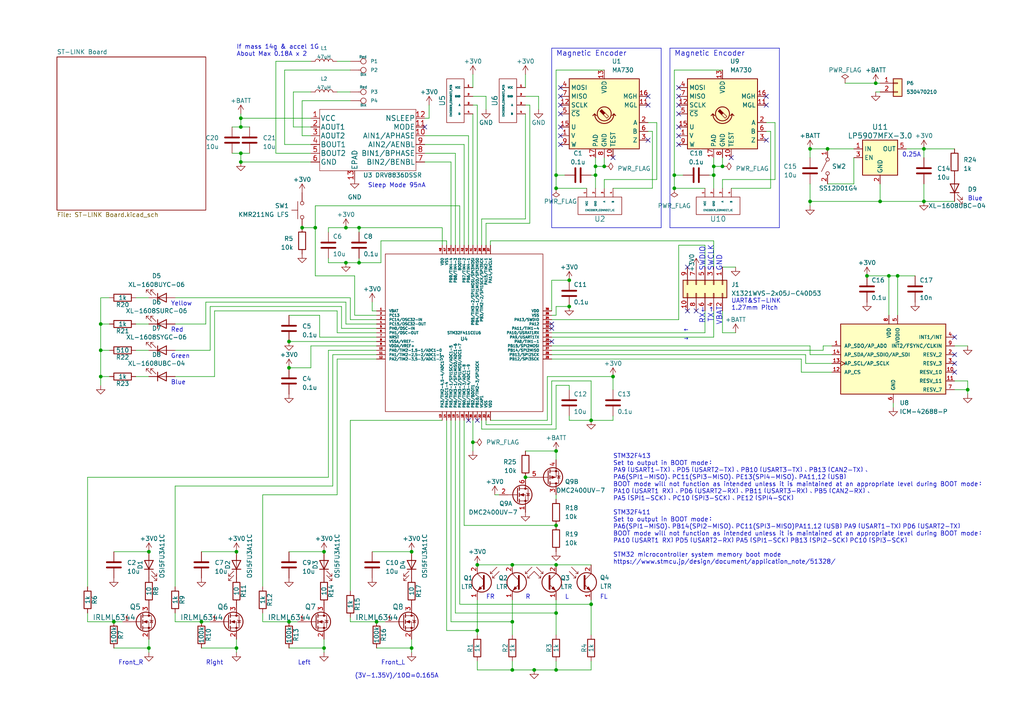
<source format=kicad_sch>
(kicad_sch (version 20231120) (generator "eeschema") (generator_version "8.0")
  (paper "A4")
  (title_block (title "Zirconia v2"))
  (junction (at 69.85 34.29))
  (junction (at 172.72 48.26))
  (junction (at 69.85 44.45))
  (junction (at 69.85 46.99))
  (junction (at 43.18 160.02))
  (junction (at 137.16 128.27))
  (junction (at 161.29 50.8))
  (junction (at 154.94 194.31))
  (junction (at 207.01 50.8))
  (junction (at 83.82 99.06))
  (junction (at 177.8 109.22))
  (junction (at 172.72 50.8))
  (junction (at 119.38 160.02))
  (junction (at 234.95 58.42))
  (junction (at 175.26 48.26))
  (junction (at 93.98 187.96))
  (junction (at 240.03 43.18))
  (junction (at 161.29 54.61))
  (junction (at 251.46 80.01))
  (junction (at 100.33 66.04))
  (junction (at 260.35 80.01))
  (junction (at 165.1 88.9))
  (junction (at 29.21 101.6))
  (junction (at 29.21 93.98))
  (junction (at 148.59 194.31))
  (junction (at 109.22 180.34))
  (junction (at 148.59 180.34))
  (junction (at 280.67 113.03))
  (junction (at 104.14 66.04))
  (junction (at 267.97 43.18))
  (junction (at 138.43 163.83))
  (junction (at 209.55 48.26))
  (junction (at 100.33 76.2))
  (junction (at 68.58 187.96))
  (junction (at 195.58 54.61))
  (junction (at 257.81 80.01))
  (junction (at 234.95 43.18))
  (junction (at 161.29 163.83))
  (junction (at 138.43 182.88))
  (junction (at 93.98 160.02))
  (junction (at 165.1 81.28))
  (junction (at 161.29 152.4))
  (junction (at 152.4 138.43))
  (junction (at 91.44 66.04))
  (junction (at 171.45 121.92))
  (junction (at 83.82 106.68))
  (junction (at 161.29 130.81))
  (junction (at 171.45 175.26))
  (junction (at 119.38 187.96))
  (junction (at 195.58 50.8))
  (junction (at 68.58 160.02))
  (junction (at 267.97 58.42))
  (junction (at 104.14 76.2))
  (junction (at 83.82 180.34))
  (junction (at 254 24.13))
  (junction (at 161.29 177.8))
  (junction (at 58.42 180.34))
  (junction (at 33.02 180.34))
  (junction (at 69.85 36.83))
  (junction (at 148.59 163.83))
  (junction (at 43.18 187.96))
  (junction (at 207.01 48.26))
  (junction (at 29.21 109.22))
  (junction (at 161.29 194.31))
  (junction (at 87.63 66.04))
  (junction (at 255.27 58.42))
  (no_connect (at 276.86 102.87))
  (no_connect (at 123.19 36.83))
  (no_connect (at 187.96 40.64))
  (no_connect (at 276.86 107.95))
  (no_connect (at 199.39 77.47))
  (no_connect (at 162.56 36.83))
  (no_connect (at 187.96 30.48))
  (no_connect (at 162.56 39.37))
  (no_connect (at 162.56 27.94))
  (no_connect (at 196.85 39.37))
  (no_connect (at 201.93 90.17))
  (no_connect (at 196.85 36.83))
  (no_connect (at 196.85 41.91))
  (no_connect (at 196.85 27.94))
  (no_connect (at 199.39 90.17))
  (no_connect (at 276.86 97.79))
  (no_connect (at 160.02 93.98))
  (no_connect (at 162.56 30.48))
  (no_connect (at 162.56 33.02))
  (no_connect (at 160.02 95.25))
  (no_connect (at 196.85 33.02))
  (no_connect (at 196.85 25.4))
  (no_connect (at 135.89 121.92))
  (no_connect (at 222.25 27.94))
  (no_connect (at 160.02 99.06))
  (no_connect (at 162.56 41.91))
  (no_connect (at 222.25 40.64))
  (no_connect (at 162.56 25.4))
  (no_connect (at 177.8 45.72))
  (no_connect (at 276.86 105.41))
  (no_connect (at 187.96 27.94))
  (no_connect (at 222.25 30.48))
  (no_connect (at 138.43 121.92))
  (no_connect (at 212.09 45.72))
  (no_connect (at 196.85 30.48))
  (wire (pts (xy 95.25 74.93) (xy 95.25 76.2)))
  (wire (pts (xy 158.75 109.22) (xy 177.8 109.22)))
  (wire (pts (xy 161.29 130.81) (xy 152.4 130.81)))
  (wire (pts (xy 152.4 138.43) (xy 153.67 138.43)))
  (wire (pts (xy 234.95 102.87) (xy 234.95 100.33)))
  (wire (pts (xy 161.29 130.81) (xy 161.29 133.35)))
  (polyline (pts (xy 160.02 66.04) (xy 191.77 66.04)))
  (wire (pts (xy 43.18 109.22) (xy 39.37 109.22)))
  (wire (pts (xy 110.49 69.85) (xy 129.54 69.85)))
  (wire (pts (xy 224.79 35.56) (xy 222.25 35.56)))
  (wire (pts (xy 43.18 93.98) (xy 39.37 93.98)))
  (wire (pts (xy 232.41 104.14) (xy 160.02 104.14)))
  (wire (pts (xy 90.17 106.68) (xy 83.82 106.68)))
  (wire (pts (xy 175.26 20.32) (xy 161.29 20.32)))
  (polyline (pts (xy 160.02 13.97) (xy 160.02 66.04)))
  (wire (pts (xy 137.16 27.94) (xy 140.97 27.94)))
  (wire (pts (xy 85.09 36.83) (xy 85.09 26.67)))
  (wire (pts (xy 101.6 29.21) (xy 87.63 29.21)))
  (wire (pts (xy 31.75 93.98) (xy 29.21 93.98)))
  (wire (pts (xy 99.06 88.9) (xy 60.96 88.9)))
  (wire (pts (xy 195.58 54.61) (xy 204.47 54.61)))
  (wire (pts (xy 175.26 48.26) (xy 175.26 45.72)))
  (wire (pts (xy 76.2 180.34) (xy 83.82 180.34)))
  (wire (pts (xy 140.97 64.77) (xy 140.97 71.12)))
  (wire (pts (xy 255.27 53.34) (xy 255.27 58.42)))
  (wire (pts (xy 161.29 173.99) (xy 161.29 177.8)))
  (wire (pts (xy 160.02 96.52) (xy 204.47 96.52)))
  (wire (pts (xy 207.01 48.26) (xy 209.55 48.26)))
  (wire (pts (xy 276.86 110.49) (xy 280.67 110.49)))
  (wire (pts (xy 254 24.13) (xy 255.27 24.13)))
  (wire (pts (xy 69.85 44.45) (xy 69.85 46.99)))
  (wire (pts (xy 161.29 191.77) (xy 161.29 194.31)))
  (wire (pts (xy 129.54 182.88) (xy 129.54 121.92)))
  (wire (pts (xy 137.16 121.92) (xy 137.16 128.27)))
  (wire (pts (xy 58.42 187.96) (xy 68.58 187.96)))
  (wire (pts (xy 138.43 173.99) (xy 138.43 182.88)))
  (wire (pts (xy 129.54 182.88) (xy 138.43 182.88)))
  (wire (pts (xy 234.95 100.33) (xy 160.02 100.33)))
  (wire (pts (xy 95.25 101.6) (xy 95.25 138.43)))
  (wire (pts (xy 139.7 124.46) (xy 139.7 121.92)))
  (wire (pts (xy 223.52 38.1) (xy 222.25 38.1)))
  (wire (pts (xy 232.41 107.95) (xy 232.41 104.14)))
  (wire (pts (xy 260.35 91.44) (xy 260.35 80.01)))
  (wire (pts (xy 161.29 50.8) (xy 161.29 54.61)))
  (wire (pts (xy 109.22 96.52) (xy 97.79 96.52)))
  (wire (pts (xy 161.29 91.44) (xy 160.02 91.44)))
  (polyline (pts (xy 191.77 13.97) (xy 160.02 13.97)))
  (wire (pts (xy 142.24 69.85) (xy 207.01 69.85)))
  (wire (pts (xy 171.45 191.77) (xy 171.45 194.31)))
  (wire (pts (xy 255.27 58.42) (xy 267.97 58.42)))
  (wire (pts (xy 187.96 35.56) (xy 190.5 35.56)))
  (wire (pts (xy 234.95 43.18) (xy 234.95 45.72)))
  (wire (pts (xy 224.79 52.07) (xy 224.79 35.56)))
  (wire (pts (xy 130.81 180.34) (xy 148.59 180.34)))
  (wire (pts (xy 177.8 54.61) (xy 189.23 54.61)))
  (wire (pts (xy 247.65 45.72) (xy 247.65 53.34)))
  (wire (pts (xy 109.22 95.25) (xy 99.06 95.25)))
  (wire (pts (xy 29.21 86.36) (xy 29.21 93.98)))
  (wire (pts (xy 137.16 128.27) (xy 137.16 130.81)))
  (wire (pts (xy 190.5 52.07) (xy 175.26 52.07)))
  (wire (pts (xy 276.86 100.33) (xy 280.67 100.33)))
  (wire (pts (xy 276.86 113.03) (xy 280.67 113.03)))
  (wire (pts (xy 85.09 36.83) (xy 90.17 36.83)))
  (wire (pts (xy 97.79 104.14) (xy 97.79 143.51)))
  (wire (pts (xy 233.68 105.41) (xy 233.68 102.87)))
  (wire (pts (xy 132.08 177.8) (xy 161.29 177.8)))
  (wire (pts (xy 205.74 50.8) (xy 207.01 50.8)))
  (wire (pts (xy 102.87 91.44) (xy 102.87 80.01)))
  (wire (pts (xy 160.02 110.49) (xy 160.02 123.19)))
  (wire (pts (xy 68.58 187.96) (xy 68.58 189.23)))
  (wire (pts (xy 190.5 35.56) (xy 190.5 52.07)))
  (wire (pts (xy 31.75 86.36) (xy 29.21 86.36)))
  (wire (pts (xy 109.22 180.34) (xy 111.76 180.34)))
  (wire (pts (xy 140.97 27.94) (xy 140.97 31.75)))
  (wire (pts (xy 161.29 111.76) (xy 161.29 124.46)))
  (wire (pts (xy 100.33 76.2) (xy 104.14 76.2)))
  (wire (pts (xy 100.33 66.04) (xy 104.14 66.04)))
  (wire (pts (xy 171.45 50.8) (xy 172.72 50.8)))
  (wire (pts (xy 83.82 99.06) (xy 109.22 99.06)))
  (wire (pts (xy 90.17 100.33) (xy 90.17 106.68)))
  (wire (pts (xy 67.31 44.45) (xy 69.85 44.45)))
  (wire (pts (xy 60.96 88.9) (xy 60.96 101.6)))
  (wire (pts (xy 154.94 194.31) (xy 161.29 194.31)))
  (wire (pts (xy 25.4 180.34) (xy 33.02 180.34)))
  (wire (pts (xy 260.35 80.01) (xy 265.43 80.01)))
  (wire (pts (xy 148.59 163.83) (xy 138.43 163.83)))
  (wire (pts (xy 101.6 121.92) (xy 128.27 121.92)))
  (wire (pts (xy 72.39 36.83) (xy 69.85 36.83)))
  (wire (pts (xy 254 26.67) (xy 255.27 26.67)))
  (wire (pts (xy 257.81 80.01) (xy 260.35 80.01)))
  (wire (pts (xy 251.46 80.01) (xy 257.81 80.01)))
  (wire (pts (xy 209.55 20.32) (xy 195.58 20.32)))
  (wire (pts (xy 76.2 143.51) (xy 76.2 170.18)))
  (wire (pts (xy 160.02 81.28) (xy 165.1 81.28)))
  (wire (pts (xy 233.68 102.87) (xy 160.02 102.87)))
  (wire (pts (xy 50.8 177.8) (xy 50.8 180.34)))
  (polyline (pts (xy 194.31 66.04) (xy 194.31 13.97)))
  (wire (pts (xy 58.42 180.34) (xy 60.96 180.34)))
  (wire (pts (xy 95.25 76.2) (xy 100.33 76.2)))
  (wire (pts (xy 91.44 59.69) (xy 133.35 59.69)))
  (wire (pts (xy 99.06 95.25) (xy 99.06 88.9)))
  (wire (pts (xy 267.97 43.18) (xy 276.86 43.18)))
  (wire (pts (xy 153.67 64.77) (xy 153.67 30.48)))
  (wire (pts (xy 238.76 101.6) (xy 238.76 100.33)))
  (wire (pts (xy 161.29 20.32) (xy 161.29 50.8)))
  (wire (pts (xy 43.18 187.96) (xy 43.18 189.23)))
  (wire (pts (xy 148.59 194.31) (xy 154.94 194.31)))
  (wire (pts (xy 50.8 180.34) (xy 58.42 180.34)))
  (wire (pts (xy 50.8 140.97) (xy 50.8 170.18)))
  (wire (pts (xy 138.43 30.48) (xy 138.43 71.12)))
  (wire (pts (xy 68.58 185.42) (xy 68.58 187.96)))
  (wire (pts (xy 123.19 46.99) (xy 130.81 46.99)))
  (wire (pts (xy 161.29 88.9) (xy 161.29 91.44)))
  (wire (pts (xy 104.14 74.93) (xy 104.14 76.2)))
  (wire (pts (xy 148.59 191.77) (xy 148.59 194.31)))
  (wire (pts (xy 129.54 69.85) (xy 129.54 71.12)))
  (wire (pts (xy 267.97 53.34) (xy 267.97 58.42)))
  (wire (pts (xy 234.95 58.42) (xy 234.95 59.69)))
  (wire (pts (xy 209.55 54.61) (xy 209.55 52.07)))
  (wire (pts (xy 148.59 180.34) (xy 148.59 184.15)))
  (wire (pts (xy 101.6 121.92) (xy 101.6 171.45)))
  (wire (pts (xy 280.67 113.03) (xy 280.67 114.3)))
  (wire (pts (xy 153.67 30.48) (xy 152.4 30.48)))
  (wire (pts (xy 213.36 77.47) (xy 209.55 77.47)))
  (wire (pts (xy 142.24 121.92) (xy 158.75 121.92)))
  (wire (pts (xy 137.16 33.02) (xy 137.16 71.12)))
  (wire (pts (xy 128.27 66.04) (xy 128.27 71.12)))
  (wire (pts (xy 247.65 53.34) (xy 240.03 53.34)))
  (wire (pts (xy 130.81 46.99) (xy 130.81 71.12)))
  (wire (pts (xy 80.01 17.78) (xy 90.17 17.78)))
  (wire (pts (xy 50.8 86.36) (xy 101.6 86.36)))
  (wire (pts (xy 175.26 52.07) (xy 175.26 54.61)))
  (wire (pts (xy 172.72 45.72) (xy 172.72 48.26)))
  (wire (pts (xy 124.46 34.29) (xy 123.19 34.29)))
  (wire (pts (xy 233.68 105.41) (xy 241.3 105.41)))
  (wire (pts (xy 100.33 93.98) (xy 109.22 93.98)))
  (wire (pts (xy 152.4 63.5) (xy 152.4 33.02)))
  (wire (pts (xy 135.89 39.37) (xy 135.89 71.12)))
  (wire (pts (xy 280.67 110.49) (xy 280.67 113.03)))
  (wire (pts (xy 134.62 121.92) (xy 134.62 152.4)))
  (wire (pts (xy 29.21 109.22) (xy 29.21 111.76)))
  (wire (pts (xy 50.8 93.98) (xy 59.69 93.98)))
  (wire (pts (xy 59.69 87.63) (xy 100.33 87.63)))
  (wire (pts (xy 58.42 160.02) (xy 68.58 160.02)))
  (wire (pts (xy 207.01 48.26) (xy 207.01 50.8)))
  (wire (pts (xy 161.29 194.31) (xy 171.45 194.31)))
  (wire (pts (xy 123.19 44.45) (xy 132.08 44.45)))
  (wire (pts (xy 93.98 187.96) (xy 93.98 189.23)))
  (polyline (pts (xy 194.31 13.97) (xy 226.06 13.97)))
  (wire (pts (xy 138.43 191.77) (xy 138.43 194.31)))
  (wire (pts (xy 50.8 101.6) (xy 60.96 101.6)))
  (wire (pts (xy 161.29 177.8) (xy 161.29 184.15)))
  (wire (pts (xy 165.1 111.76) (xy 165.1 113.03)))
  (wire (pts (xy 259.08 118.11) (xy 259.08 116.84)))
  (wire (pts (xy 161.29 163.83) (xy 171.45 163.83)))
  (wire (pts (xy 212.09 54.61) (xy 223.52 54.61)))
  (wire (pts (xy 107.95 160.02) (xy 119.38 160.02)))
  (wire (pts (xy 25.4 170.18) (xy 25.4 138.43)))
  (wire (pts (xy 80.01 17.78) (xy 80.01 44.45)))
  (wire (pts (xy 189.23 54.61) (xy 189.23 38.1)))
  (wire (pts (xy 171.45 175.26) (xy 171.45 184.15)))
  (wire (pts (xy 109.22 101.6) (xy 95.25 101.6)))
  (wire (pts (xy 160.02 97.79) (xy 207.01 97.79)))
  (wire (pts (xy 33.02 180.34) (xy 35.56 180.34)))
  (wire (pts (xy 161.29 54.61) (xy 170.18 54.61)))
  (wire (pts (xy 139.7 63.5) (xy 139.7 71.12)))
  (wire (pts (xy 142.24 69.85) (xy 142.24 71.12)))
  (wire (pts (xy 91.44 66.04) (xy 91.44 80.01)))
  (wire (pts (xy 119.38 187.96) (xy 119.38 189.23)))
  (wire (pts (xy 207.01 97.79) (xy 207.01 90.17)))
  (wire (pts (xy 148.59 163.83) (xy 161.29 163.83)))
  (wire (pts (xy 107.95 90.17) (xy 107.95 87.63)))
  (wire (pts (xy 133.35 175.26) (xy 133.35 121.92)))
  (wire (pts (xy 138.43 182.88) (xy 138.43 184.15)))
  (wire (pts (xy 83.82 160.02) (xy 93.98 160.02)))
  (wire (pts (xy 43.18 101.6) (xy 39.37 101.6)))
  (wire (pts (xy 104.14 66.04) (xy 104.14 67.31)))
  (wire (pts (xy 165.1 120.65) (xy 165.1 121.92)))
  (wire (pts (xy 85.09 26.67) (xy 90.17 26.67)))
  (wire (pts (xy 223.52 54.61) (xy 223.52 38.1)))
  (wire (pts (xy 161.29 88.9) (xy 165.1 88.9)))
  (wire (pts (xy 43.18 185.42) (xy 43.18 187.96)))
  (wire (pts (xy 95.25 66.04) (xy 95.25 67.31)))
  (wire (pts (xy 92.71 91.44) (xy 92.71 97.79)))
  (wire (pts (xy 207.01 45.72) (xy 207.01 48.26)))
  (wire (pts (xy 62.23 109.22) (xy 50.8 109.22)))
  (wire (pts (xy 172.72 48.26) (xy 172.72 50.8)))
  (polyline (pts (xy 191.77 66.04) (xy 191.77 13.97)))
  (wire (pts (xy 189.23 38.1) (xy 187.96 38.1)))
  (wire (pts (xy 209.55 48.26) (xy 209.55 45.72)))
  (wire (pts (xy 267.97 58.42) (xy 276.86 58.42)))
  (wire (pts (xy 240.03 43.18) (xy 247.65 43.18)))
  (polyline (pts (xy 226.06 13.97) (xy 226.06 66.04)))
  (wire (pts (xy 165.1 121.92) (xy 171.45 121.92)))
  (wire (pts (xy 134.62 152.4) (xy 161.29 152.4)))
  (wire (pts (xy 31.75 101.6) (xy 29.21 101.6)))
  (wire (pts (xy 262.89 43.18) (xy 267.97 43.18)))
  (wire (pts (xy 133.35 59.69) (xy 133.35 71.12)))
  (wire (pts (xy 123.19 39.37) (xy 135.89 39.37)))
  (wire (pts (xy 25.4 138.43) (xy 95.25 138.43)))
  (wire (pts (xy 100.33 87.63) (xy 100.33 93.98)))
  (wire (pts (xy 177.8 109.22) (xy 177.8 113.03)))
  (wire (pts (xy 171.45 110.49) (xy 160.02 110.49)))
  (wire (pts (xy 195.58 50.8) (xy 195.58 54.61)))
  (wire (pts (xy 25.4 177.8) (xy 25.4 180.34)))
  (wire (pts (xy 87.63 66.04) (xy 91.44 66.04)))
  (wire (pts (xy 109.22 92.71) (xy 101.6 92.71)))
  (wire (pts (xy 97.79 26.67) (xy 101.6 26.67)))
  (wire (pts (xy 133.35 175.26) (xy 171.45 175.26)))
  (wire (pts (xy 209.55 96.52) (xy 213.36 96.52)))
  (wire (pts (xy 92.71 97.79) (xy 109.22 97.79)))
  (wire (pts (xy 257.81 80.01) (xy 257.81 91.44)))
  (wire (pts (xy 90.17 100.33) (xy 109.22 100.33)))
  (wire (pts (xy 148.59 173.99) (xy 148.59 180.34)))
  (wire (pts (xy 171.45 173.99) (xy 171.45 175.26)))
  (wire (pts (xy 59.69 93.98) (xy 59.69 87.63)))
  (wire (pts (xy 137.16 21.59) (xy 137.16 25.4)))
  (wire (pts (xy 69.85 33.02) (xy 69.85 34.29)))
  (wire (pts (xy 143.51 143.51) (xy 144.78 143.51)))
  (wire (pts (xy 109.22 187.96) (xy 119.38 187.96)))
  (wire (pts (xy 97.79 143.51) (xy 76.2 143.51)))
  (wire (pts (xy 97.79 104.14) (xy 109.22 104.14)))
  (wire (pts (xy 91.44 66.04) (xy 91.44 59.69)))
  (wire (pts (xy 69.85 44.45) (xy 72.39 44.45)))
  (wire (pts (xy 83.82 180.34) (xy 86.36 180.34)))
  (wire (pts (xy 31.75 109.22) (xy 29.21 109.22)))
  (wire (pts (xy 82.55 20.32) (xy 82.55 41.91)))
  (wire (pts (xy 101.6 180.34) (xy 109.22 180.34)))
  (wire (pts (xy 161.29 144.78) (xy 161.29 143.51)))
  (wire (pts (xy 267.97 43.18) (xy 267.97 45.72)))
  (wire (pts (xy 119.38 185.42) (xy 119.38 187.96)))
  (wire (pts (xy 171.45 110.49) (xy 171.45 121.92)))
  (wire (pts (xy 124.46 34.29) (xy 124.46 30.48)))
  (wire (pts (xy 104.14 66.04) (xy 128.27 66.04)))
  (wire (pts (xy 177.8 120.65) (xy 177.8 121.92)))
  (wire (pts (xy 160.02 90.17) (xy 160.02 81.28)))
  (wire (pts (xy 83.82 91.44) (xy 92.71 91.44)))
  (wire (pts (xy 69.85 34.29) (xy 90.17 34.29)))
  (wire (pts (xy 134.62 41.91) (xy 134.62 71.12)))
  (wire (pts (xy 234.95 58.42) (xy 255.27 58.42)))
  (wire (pts (xy 160.02 123.19) (xy 140.97 123.19)))
  (wire (pts (xy 234.95 43.18) (xy 240.03 43.18)))
  (wire (pts (xy 196.85 71.12) (xy 204.47 71.12)))
  (wire (pts (xy 82.55 20.32) (xy 101.6 20.32)))
  (polyline (pts (xy 226.06 66.04) (xy 194.31 66.04)))
  (wire (pts (xy 69.85 46.99) (xy 90.17 46.99)))
  (wire (pts (xy 172.72 50.8) (xy 172.72 54.61)))
  (wire (pts (xy 109.22 90.17) (xy 107.95 90.17)))
  (wire (pts (xy 152.4 27.94) (xy 156.21 27.94)))
  (wire (pts (xy 83.82 187.96) (xy 93.98 187.96)))
  (wire (pts (xy 138.43 194.31) (xy 148.59 194.31)))
  (wire (pts (xy 33.02 160.02) (xy 43.18 160.02)))
  (wire (pts (xy 80.01 44.45) (xy 90.17 44.45)))
  (wire (pts (xy 137.16 30.48) (xy 138.43 30.48)))
  (wire (pts (xy 82.55 41.91) (xy 90.17 41.91)))
  (wire (pts (xy 96.52 102.87) (xy 96.52 140.97)))
  (wire (pts (xy 161.29 124.46) (xy 139.7 124.46)))
  (wire (pts (xy 50.8 140.97) (xy 96.52 140.97)))
  (wire (pts (xy 160.02 101.6) (xy 238.76 101.6)))
  (wire (pts (xy 204.47 71.12) (xy 204.47 77.47)))
  (wire (pts (xy 110.49 76.2) (xy 110.49 69.85)))
  (wire (pts (xy 140.97 64.77) (xy 153.67 64.77)))
  (wire (pts (xy 195.58 50.8) (xy 198.12 50.8)))
  (wire (pts (xy 130.81 121.92) (xy 130.81 180.34)))
  (wire (pts (xy 29.21 93.98) (xy 29.21 101.6)))
  (wire (pts (xy 171.45 121.92) (xy 177.8 121.92)))
  (wire (pts (xy 238.76 100.33) (xy 241.3 100.33)))
  (wire (pts (xy 95.25 66.04) (xy 100.33 66.04)))
  (wire (pts (xy 172.72 48.26) (xy 175.26 48.26)))
  (wire (pts (xy 204.47 90.17) (xy 204.47 96.52)))
  (wire (pts (xy 101.6 180.34) (xy 101.6 179.07)))
  (wire (pts (xy 97.79 90.17) (xy 62.23 90.17)))
  (wire (pts (xy 109.22 102.87) (xy 96.52 102.87)))
  (wire (pts (xy 245.11 24.13) (xy 254 24.13)))
  (wire (pts (xy 87.63 29.21) (xy 87.63 39.37)))
  (wire (pts (xy 93.98 185.42) (xy 93.98 187.96)))
  (wire (pts (xy 43.18 86.36) (xy 39.37 86.36)))
  (wire (pts (xy 207.01 69.85) (xy 207.01 77.47)))
  (wire (pts (xy 97.79 17.78) (xy 101.6 17.78)))
  (wire (pts (xy 156.21 27.94) (xy 156.21 31.75)))
  (wire (pts (xy 132.08 177.8) (xy 132.08 121.92)))
  (wire (pts (xy 158.75 121.92) (xy 158.75 109.22)))
  (wire (pts (xy 195.58 20.32) (xy 195.58 50.8)))
  (wire (pts (xy 234.95 102.87) (xy 241.3 102.87)))
  (wire (pts (xy 161.29 50.8) (xy 163.83 50.8)))
  (wire (pts (xy 67.31 36.83) (xy 69.85 36.83)))
  (wire (pts (xy 102.87 80.01) (xy 91.44 80.01)))
  (wire (pts (xy 33.02 187.96) (xy 43.18 187.96)))
  (wire (pts (xy 134.62 41.91) (xy 123.19 41.91)))
  (wire (pts (xy 76.2 177.8) (xy 76.2 180.34)))
  (wire (pts (xy 101.6 92.71) (xy 101.6 86.36)))
  (wire (pts (xy 62.23 90.17) (xy 62.23 109.22)))
  (wire (pts (xy 97.79 96.52) (xy 97.79 90.17)))
  (wire (pts (xy 209.55 90.17) (xy 209.55 96.52)))
  (wire (pts (xy 209.55 52.07) (xy 224.79 52.07)))
  (wire (pts (xy 139.7 63.5) (xy 152.4 63.5)))
  (wire (pts (xy 90.17 39.37) (xy 87.63 39.37)))
  (wire (pts (xy 109.22 91.44) (xy 102.87 91.44)))
  (wire (pts (xy 232.41 107.95) (xy 241.3 107.95)))
  (wire (pts (xy 152.4 21.59) (xy 152.4 25.4)))
  (wire (pts (xy 140.97 123.19) (xy 140.97 121.92)))
  (wire (pts (xy 165.1 111.76) (xy 161.29 111.76)))
  (wire (pts (xy 196.85 92.71) (xy 196.85 71.12)))
  (wire (pts (xy 160.02 92.71) (xy 196.85 92.71)))
  (wire (pts (xy 234.95 53.34) (xy 234.95 58.42)))
  (wire (pts (xy 69.85 34.29) (xy 69.85 36.83)))
  (wire (pts (xy 29.21 101.6) (xy 29.21 109.22)))
  (wire (pts (xy 104.14 76.2) (xy 110.49 76.2)))
  (wire (pts (xy 132.08 44.45) (xy 132.08 71.12)))
  (wire (pts (xy 207.01 50.8) (xy 207.01 54.61)))
  (text "Green" (at 49.53 104.14 0) (effects (font (size 1.27 1.27)) (justify left bottom)))
  (text "Magnetic Encoder" (at 195.58 16.51 0) (effects (font (size 1.524 1.524)) (justify left bottom)))
  (text "→" (at 198.12 99.06 0) (effects (font (size 1.27 1.27)) (justify left bottom)))
  (text "Front_L" (at 110.49 193.04 0) (effects (font (size 1.27 1.27)) (justify left bottom)))
  (text "FL" (at 173.99 173.99 0) (effects (font (size 1.27 1.27)) (justify left bottom)))
  (text "Magnetic Encoder" (at 161.29 16.51 0) (effects (font (size 1.524 1.524)) (justify left bottom)))
  (text "If mass 14g & accel 1G\nAbout Max 0.18A x 2" (at 68.58 16.51 0) (effects (font (size 1.27 1.27)) (justify left bottom)))
  (text "←" (at 198.12 96.52 0) (effects (font (size 1.27 1.27)) (justify left bottom)))
  (text "L" (at 163.83 173.99 0) (effects (font (size 1.27 1.27)) (justify left bottom)))
  (text "Red" (at 49.53 96.52 0) (effects (font (size 1.27 1.27)) (justify left bottom)))
  (text "Front_R" (at 34.29 193.04 0) (effects (font (size 1.27 1.27)) (justify left bottom)))
  (text "(3V-1.35V)/10Ω=0.165A" (at 102.87 196.85 0) (effects (font (size 1.27 1.27)) (justify left bottom)))
  (text "R" (at 152.4 173.99 0) (effects (font (size 1.27 1.27)) (justify left bottom)))
  (text "FR" (at 140.97 173.99 0) (effects (font (size 1.27 1.27)) (justify left bottom)))
  (text "STM32F413\nSet to output in BOOT mode：\nPA9（USART1-TX）、PD5（USART2-TX）、PB10（USART3-TX）、PB13（CAN2-TX）、\nPA6(SPI1-MISO)、PC11(SPI3-MISO)、PE13(SPI4-MISO)、PA11,12（USB）\nBOOT mode will not function as intended unless it is maintained at an appropriate level during BOOT mode：\nPA10（USART1 RX）、PD6（USART2-RX）、PB11（USART3-RX）、PB5（CAN2-RX）、\nPA5（SPI1-SCK）、PC10（SPI3-SCK）、PE12（SPI4-SCK）\n\nSTM32F411\nSet to output in BOOT mode：\nPA6(SPI1-MISO)、PB14(SPI2-MISO)、PC11(SPI3-MISO)PA11,12（USB）PA9（USART1-TX）PD6（USART2-TX）\nBOOT mode will not function as intended unless it is maintained at an appropriate level during BOOT mode：\nPA10（USART1 RX）PD5（USART2-RX）PA5（SPI1-SCK）PB13（SPI2-SCK）PC10（SPI3-SCK）\n\nSTM32 microcontroller system memory boot mode\nhttps://www.stmcu.jp/design/document/application_note/51328/" (at 177.8 163.83 0) (effects (font (size 1.27 1.27)) (justify left bottom)))
  (text "UART&ST-LINK\n1.27mm Pitch" (at 212.09 90.17 0) (effects (font (size 1.27 1.27)) (justify left bottom)))
  (text "Blue" (at 49.53 111.76 0) (effects (font (size 1.27 1.27)) (justify left bottom)))
  (text "SWDIO\nSWCLK\nGND" (at 209.55 78.74 90) (effects (font (size 1.524 1.524)) (justify left bottom)))
  (text "Yellow" (at 49.53 88.9 0) (effects (font (size 1.27 1.27)) (justify left bottom)))
  (text "Sleep Mode 95nA" (at 106.68 54.61 0) (effects (font (size 1.27 1.27)) (justify left bottom)))
  (text "Left" (at 86.36 193.04 0) (effects (font (size 1.27 1.27)) (justify left bottom)))
  (text "RX←\nTX→\nVBAT\n" (at 209.55 88.9 90) (effects (font (size 1.524 1.524)) (justify right bottom)))
  (text "0.25A" (at 261.62 45.72 0) (effects (font (size 1.27 1.27)) (justify left bottom)))
  (text "Right" (at 59.69 193.04 0) (effects (font (size 1.27 1.27)) (justify left bottom)))
  (text "Blue" (at 280.67 58.42 0) (effects (font (size 1.27 1.27)) (justify left bottom)))
  (symbol (lib_id "Device:C") (at 265.43 83.82 0) (unit 1)
    (property "Reference" "C17" (at 266.7 81.28 0) (effects (justify left)))
    (property "Value" "10n" (at 266.7 86.36 0) (effects (justify left)))
    (property "Footprint" "Capacitor_SMD:C_0402_1005Metric" (effects (hide yes)))
    (property "PartNumber" "GCM155R71H103KA55D" (effects (hide yes)))
    (property "Link" "https://www.digikey.jp/short/4n2p0070" (effects (hide yes)))
  )
  (symbol (lib_id "Device:R") (at 276.86 46.99 0) (mirror x) (unit 1)
    (property "Reference" "R24" (at 279.4 46.355 0) (effects (justify left)))
    (property "Value" "1k" (at 279.4 48.895 0) (effects (justify left)))
    (property "Footprint" "Resistor_SMD:R_0402_1005Metric" (effects (hide yes)))
    (property "PartNumber" "RC0402FR-071KL" (effects (hide yes)))
    (property "Link" "https://www.digikey.jp/short/82nrqjd4" (effects (hide yes)))
  )
  (symbol (lib_id "power:GND") (at 68.58 189.23 0) (unit 1)
    (property "Reference" "#PWR019" (effects (hide yes)))
    (property "Value" "GND" (effects (hide yes)))
  )
  (symbol (lib_id "power:+3V0") (at 107.95 87.63 0) (unit 1)
    (property "Reference" "#PWR017" (effects (hide yes)))
    (property "Value" "+3V0" (at 107.95 83.82 0))
  )
  (symbol (lib_id "ICM-42688-P:ICM-42688-P") (at 259.08 104.14 0) (unit 1) (exclude_from_sim yes)
    (property "Reference" "U8" (at 260.9089 116.84 0) (effects (justify left)))
    (property "Value" "ICM-42688-P" (at 260.9089 119.38 0) (effects (justify left)))
    (property "Footprint" "ICM-42688-P:ICM-42688-P_handsoldering" (effects (hide yes)))
    (property "Datasheet" "https://invensense.tdk.com/wp-content/uploads/2022/12/DS-000347-ICM-42688-P-v1.7.pdf" (effects (hide yes)))
    (property "PartNumber" "ICM-42688-P" (effects (hide yes)))
    (property "Link" "https://www.digikey.jp/short/dczjj7mt" (effects (hide yes)))
  )
  (symbol (lib_id "power:GND") (at 83.82 99.06 0) (unit 1)
    (property "Reference" "#PWR012" (effects (hide yes)))
    (property "Value" "GND" (effects (hide yes)))
  )
  (symbol (lib_name "DMC2053UVT_1") (lib_id "Transistor_FET:DMC2053UVT") (at 152.4 143.51 0) (unit 1) (exclude_from_sim yes)
    (property "Reference" "Q9" (at 144.78 146.05 0) (effects (justify left)))
    (property "Value" "DMC2400UV-7" (at 135.89 148.59 0) (effects (justify left)))
    (property "Footprint" "Package_TO_SOT_SMD:SOT-563" (effects (hide yes)))
    (property "Datasheet" "https://www.diodes.com/assets/Datasheets/DMC2400UV.pdf" (effects (hide yes)))
    (property "PartNumber" "DMC2400UV-7" (effects (hide yes)))
    (property "Link" "https://www.digikey.jp/short/zv45w9vz" (effects (hide yes)))
  )
  (symbol (lib_id "power:+BATT") (at 234.95 43.18 0) (unit 1)
    (property "Reference" "#PWR038" (effects (hide yes)))
    (property "Value" "+BATT" (at 234.95 39.37 0))
  )
  (symbol (lib_id "Device:R") (at 161.29 156.21 0) (unit 1)
    (property "Reference" "R19" (at 163.83 154.94 0) (effects (justify left)))
    (property "Value" "10k" (at 163.83 157.48 0) (effects (justify left)))
    (property "Footprint" "Resistor_SMD:R_0402_1005Metric" (effects (hide yes)))
    (property "PartNumber" "RC1005F103CS" (effects (hide yes)))
    (property "Link" "https://www.digikey.jp/short/rj3rq8wd" (effects (hide yes)))
  )
  (symbol (lib_id "power:+3V0") (at 119.38 160.02 0) (unit 1)
    (property "Reference" "#PWR030" (effects (hide yes)))
    (property "Value" "+3V0" (at 119.38 156.21 0))
  )
  (symbol (lib_id "power:+3V0") (at 68.58 160.02 0) (unit 1)
    (property "Reference" "#PWR018" (effects (hide yes)))
    (property "Value" "+3V0" (at 68.58 156.21 0))
  )
  (symbol (lib_id "power:GND") (at 234.95 59.69 0) (mirror y) (unit 1)
    (property "Reference" "#PWR039" (effects (hide yes)))
    (property "Value" "GND" (effects (hide yes)))
  )
  (symbol (lib_id "Device:R") (at 68.58 171.45 0) (unit 1)
    (property "Reference" "R11" (at 70.612 171.45 90))
    (property "Value" "10" (at 68.58 171.45 90))
    (property "Footprint" "Resistor_SMD:R_0603_1608Metric" (effects (hide yes)))
    (property "PartNumber" "ESR03EZPF10R0" (effects (hide yes)))
    (property "Link" "https://www.digikey.jp/short/9bdf1988" (effects (hide yes)))
  )
  (symbol (lib_id "power:GND") (at 29.21 111.76 0) (mirror y) (unit 1)
    (property "Reference" "#PWR040" (effects (hide yes)))
    (property "Value" "GND" (effects (hide yes)))
  )
  (symbol (lib_id "Device:Q_NMOS_GSD") (at 40.64 180.34 0) (unit 1) (exclude_from_sim yes)
    (property "Reference" "Q5" (at 40.894 176.022 0) (effects (font (size 1.524 1.524)) (justify right)))
    (property "Value" "IRLML6344" (at 39.37 179.07 0) (effects (font (size 1.524 1.524)) (justify right)))
    (property "Footprint" "Package_TO_SOT_SMD:SOT-23" (effects (hide yes)))
    (property "Datasheet" "https://akizukidenshi.com/download/ds/ir/irlml6344pbf.pdf" (effects (hide yes)))
    (property "PartNumber" "IRLML6344TRPBF" (effects (hide yes)))
    (property "Link" "https://www.digikey.jp/short/2wcnthqm" (effects (hide yes)))
  )
  (symbol (lib_id "power:GND") (at 213.36 77.47 0) (unit 1)
    (property "Reference" "#PWR051" (effects (hide yes)))
    (property "Value" "GND" (effects (hide yes)))
  )
  (symbol (lib_id "Device:C") (at 234.95 49.53 0) (mirror y) (unit 1)
    (property "Reference" "C15" (at 231.14 48.26 0) (effects (justify left)))
    (property "Value" "10u" (at 231.14 50.8 0) (effects (justify left)))
    (property "Footprint" "Capacitor_SMD:C_0603_1608Metric" (effects (hide yes)))
    (property "PartNumber" "CL10A106MA8NRNC" (effects (hide yes)))
    (property "Link" "https://www.digikey.jp/short/77w877jb" (effects (hide yes)))
  )
  (symbol (lib_id "power:+3V0") (at 143.51 143.51 0) (unit 1)
    (property "Reference" "#PWR056" (effects (hide yes)))
    (property "Value" "+3V0" (at 143.51 139.7 0))
  )
  (symbol (lib_id "power:+3V0") (at 251.46 80.01 0) (unit 1)
    (property "Reference" "#PWR046" (effects (hide yes)))
    (property "Value" "+3V0" (at 251.46 76.2 0))
  )
  (symbol (lib_id "Device:R") (at 25.4 173.99 0) (unit 1)
    (property "Reference" "R6" (at 27.432 173.99 90))
    (property "Value" "1k" (at 25.4 173.99 90))
    (property "Footprint" "Resistor_SMD:R_0402_1005Metric" (effects (hide yes)))
    (property "PartNumber" "RC0402FR-071KL" (effects (hide yes)))
    (property "Link" "https://www.digikey.jp/short/82nrqjd4" (effects (hide yes)))
  )
  (symbol (lib_id "Switch:SW_Push") (at 87.63 60.96 90) (unit 1) (exclude_from_sim yes)
    (property "Reference" "SW1" (at 83.82 59.6899 90) (effects (justify left)))
    (property "Value" "KMR211NG LFS" (at 83.82 62.2299 90) (effects (justify left)))
    (property "Footprint" "KMR211GLFS:KMR2xxNG_LFS" (effects (hide yes)))
    (property "Datasheet" "https://www.ckswitches.com/media/1479/kmr2.pdf" (effects (hide yes)))
    (property "PartNumber" "KMR211NG LFS" (effects (hide yes)))
    (property "Link" "https://www.digikey.jp/short/9597hnwp" (effects (hide yes)))
  )
  (symbol (lib_id "power:GND") (at 171.45 121.92 0) (unit 1)
    (property "Reference" "#PWR036" (effects (hide yes)))
    (property "Value" "GND" (effects (hide yes)))
  )
  (symbol (lib_id "Device:C") (at 165.1 85.09 0) (unit 1)
    (property "Reference" "C11" (at 166.37 82.55 0) (effects (justify left)))
    (property "Value" "0.1u" (at 166.37 87.63 0) (effects (justify left)))
    (property "Footprint" "Capacitor_SMD:C_0402_1005Metric" (effects (hide yes)))
    (property "PartNumber" "CL05B104KP5NNNC" (effects (hide yes)))
    (property "Link" "https://www.digikey.jp/short/mcf590zw" (effects (hide yes)))
  )
  (symbol (lib_id "power:GND") (at 152.4 148.59 0) (unit 1)
    (property "Reference" "#PWR028" (effects (hide yes)))
    (property "Value" "GND" (effects (hide yes)))
  )
  (symbol (lib_id "Device:Q_Photo_NPN_EC") (at 151.13 168.91 0) (mirror y) (unit 1) (exclude_from_sim yes)
    (property "Reference" "Q2" (at 147.32 167.64 0) (effects (justify left)))
    (property "Value" "LTR" (at 147.32 170.18 0) (effects (justify left)))
    (property "Footprint" "LTR-4206E:Phototransistor_D3.0mm_Horizontal_O1.27mm_Z2.0mm_IRBlack" (effects (hide yes)))
    (property "Datasheet" "https://optoelectronics.liteon.com/upload/download/DS-50-92-0073/R4206E.pdf" (effects (hide yes)))
    (property "PartNumber" "LTR-4206E" (effects (hide yes)))
    (property "Link" "https://www.digikey.jp/short/5j5rwn2h" (effects (hide yes)))
  )
  (symbol (lib_id "power:GND") (at 137.16 130.81 0) (unit 1)
    (property "Reference" "#PWR024" (effects (hide yes)))
    (property "Value" "GND" (effects (hide yes)))
  )
  (symbol (lib_id "power:GND") (at 69.85 46.99 0) (unit 1)
    (property "Reference" "#PWR05" (effects (hide yes)))
    (property "Value" "GND" (effects (hide yes)))
  )
  (symbol (lib_id "power:GND") (at 100.33 76.2 0) (unit 1)
    (property "Reference" "#PWR015" (effects (hide yes)))
    (property "Value" "GND" (effects (hide yes)))
  )
  (symbol (lib_id "Device:R") (at 35.56 93.98 90) (mirror x) (unit 1)
    (property "Reference" "R21" (at 35.56 96.012 90))
    (property "Value" "1k" (at 35.56 93.98 90))
    (property "Footprint" "Resistor_SMD:R_0402_1005Metric" (effects (hide yes)))
    (property "PartNumber" "RC0402FR-071KL" (effects (hide yes)))
    (property "Link" "https://www.digikey.jp/short/82nrqjd4" (effects (hide yes)))
  )
  (symbol (lib_id "Device:LED") (at 119.38 163.83 270) (mirror x) (unit 1) (exclude_from_sim yes)
    (property "Reference" "D4" (at 116.84 163.83 0))
    (property "Value" "OSI5FU3A11C" (at 123.19 161.29 0))
    (property "Footprint" "OSI5FU3A11C:OSI5FU3A11C_Reverse" (effects (hide yes)))
    (property "Datasheet" "https://akizukidenshi.com/goodsaffix/OSI5FU3A11C.pdf" (effects (hide yes)))
    (property "PartNumber" "OSI5FU3A11C" (effects (hide yes)))
    (property "Link" "https://akizukidenshi.com/catalog/g/g104313/" (effects (hide yes)))
  )
  (symbol (lib_id "Device:R") (at 93.98 171.45 0) (unit 1)
    (property "Reference" "R14" (at 96.012 171.45 90))
    (property "Value" "10" (at 93.98 171.45 90))
    (property "Footprint" "Resistor_SMD:R_0603_1608Metric" (effects (hide yes)))
    (property "PartNumber" "ESR03EZPF10R0" (effects (hide yes)))
    (property "Link" "https://www.digikey.jp/short/9bdf1988" (effects (hide yes)))
  )
  (symbol (lib_id "power:+3V0") (at 100.33 66.04 0) (unit 1)
    (property "Reference" "#PWR014" (effects (hide yes)))
    (property "Value" "+3V0" (at 100.33 62.23 0))
  )
  (symbol (lib_id "power:PWR_FLAG") (at 209.55 48.26 270) (unit 1)
    (property "Reference" "#FLG04" (effects (hide yes)))
    (property "Value" "PWR_FLAG" (at 213.36 48.895 90) (effects (justify left)))
  )
  (symbol (lib_id "Device:LED") (at 276.86 54.61 90) (unit 1) (exclude_from_sim yes)
    (property "Reference" "D9" (at 280.67 54.9275 90) (effects (justify right)))
    (property "Value" "XL-1608UBC-04" (at 269.24 59.69 90) (effects (justify right)))
    (property "Footprint" "LED_SMD:LED_0603_1608Metric" (effects (hide yes)))
    (property "PartNumber" "HSMR-C190" (effects (hide yes)))
    (property "Link" "https://www.digikey.jp/short/v3bf2mfr" (effects (hide yes)))
    (property "LCSC Part #" "XL-1608UBC-04" (effects (hide yes)))
  )
  (symbol (lib_id "power:+3V0") (at 152.4 21.59 0) (unit 1)
    (property "Reference" "#PWR032" (effects (hide yes)))
    (property "Value" "+3V0" (at 152.4 17.78 0))
  )
  (symbol (lib_id "power:GND") (at 161.29 160.02 0) (unit 1)
    (property "Reference" "#PWR029" (effects (hide yes)))
    (property "Value" "GND" (effects (hide yes)))
  )
  (symbol (lib_id "Device:R") (at 87.63 69.85 0) (unit 1)
    (property "Reference" "R5" (at 85.09 69.215 0) (effects (justify right)))
    (property "Value" "10k" (at 85.09 71.755 0) (effects (justify right)))
    (property "Footprint" "Resistor_SMD:R_0402_1005Metric" (effects (hide yes)))
    (property "PartNumber" "RC1005F103CS" (effects (hide yes)))
    (property "Link" "https://www.digikey.jp/short/rj3rq8wd" (effects (hide yes)))
  )
  (symbol (lib_id "power:GND") (at 254 26.67 0) (mirror y) (unit 1)
    (property "Reference" "#PWR053" (effects (hide yes)))
    (property "Value" "GND" (effects (hide yes)))
  )
  (symbol (lib_name "PWR_FLAG_1") (lib_id "power:PWR_FLAG") (at 137.16 128.27 270) (unit 1)
    (property "Reference" "#FLG05" (effects (hide yes)))
    (property "Value" "PWR_FLAG" (at 140.97 128.2699 90) (effects (justify left)))
    (property "Description" "Special symbol for telling ERC where power comes from" (effects (hide yes)))
  )
  (symbol (lib_id "Device:C") (at 107.95 163.83 0) (unit 1)
    (property "Reference" "C10" (at 111.76 163.195 0) (effects (justify left)))
    (property "Value" "10u" (at 111.76 165.735 0) (effects (justify left)))
    (property "Footprint" "Capacitor_SMD:C_0603_1608Metric" (effects (hide yes)))
    (property "PartNumber" "CL10A106MA8NRNC" (effects (hide yes)))
    (property "Link" "https://www.digikey.jp/short/77w877jb" (effects (hide yes)))
  )
  (symbol (lib_id "power:GND") (at 87.63 73.66 0) (unit 1)
    (property "Reference" "#PWR07" (effects (hide yes)))
    (property "Value" "GND" (effects (hide yes)))
  )
  (symbol (lib_id "Device:R") (at 35.56 86.36 90) (mirror x) (unit 1)
    (property "Reference" "R20" (at 35.56 88.392 90))
    (property "Value" "1k" (at 35.56 86.36 90))
    (property "Footprint" "Resistor_SMD:R_0402_1005Metric" (effects (hide yes)))
    (property "PartNumber" "RC0402FR-071KL" (effects (hide yes)))
    (property "Link" "https://www.digikey.jp/short/82nrqjd4" (effects (hide yes)))
  )
  (symbol (lib_id "Device:LED") (at 68.58 163.83 270) (mirror x) (unit 1) (exclude_from_sim yes)
    (property "Reference" "D2" (at 66.04 163.83 0))
    (property "Value" "OSI5FU3A11C" (at 72.39 161.29 0))
    (property "Footprint" "OSI5FU3A11C:OSI5FU3A11C_Reverse" (effects (hide yes)))
    (property "Datasheet" "https://akizukidenshi.com/goodsaffix/OSI5FU3A11C.pdf" (effects (hide yes)))
    (property "PartNumber" "OSI5FU3A11C" (effects (hide yes)))
    (property "Link" "https://akizukidenshi.com/catalog/g/g104313/" (effects (hide yes)))
  )
  (symbol (lib_id "STM32F411CEU6:STM32F411CEU6") (at 134.62 96.52 0) (unit 1) (exclude_from_sim yes)
    (property "Reference" "U4" (at 134.62 98.298 0) (effects (font (size 1.016 1.016))))
    (property "Value" "STM32F411CEU6" (at 134.62 96.52 0) (effects (font (size 0.7874 0.7874))))
    (property "Footprint" "Package_DFN_QFN:QFN-48-1EP_7x7mm_P0.5mm_EP5.6x5.6mm" (effects (hide yes)))
    (property "Datasheet" "https://www.st.com/resource/en/datasheet/stm32f411ce.pdf" (effects (hide yes)))
    (property "PartNumber" "STM32F411CEU6" (effects (hide yes)))
    (property "Link" "https://www.digikey.jp/short/2tf2bp12" (effects (hide yes)))
  )
  (symbol (lib_id "power:+BATT") (at 213.36 96.52 0) (unit 1)
    (property "Reference" "#PWR054" (effects (hide yes)))
    (property "Value" "+BATT" (at 213.36 92.71 0))
  )
  (symbol (lib_id "Zirconia:ENCODER_CONNECT_PCB") (at 146.05 29.21 270) (unit 1) (exclude_from_sim yes)
    (property "Reference" "U6" (at 143.51 29.21 0) (effects (font (size 1.524 1.524))))
    (property "Value" "ENCODER_CONNECT_PCB" (at 146.05 29.21 0) (effects (font (size 0.508 0.508))))
    (property "Footprint" "Zirconia:ENC_CONN_FLAT" (effects (hide yes)))
  )
  (symbol (lib_id "Device:C") (at 167.64 50.8 270) (unit 1)
    (property "Reference" "C1" (at 167.64 44.45 90))
    (property "Value" "0.1u" (at 167.64 46.99 90))
    (property "Footprint" "Capacitor_SMD:C_0402_1005Metric_Pad0.74x0.62mm_HandSolder" (effects (hide yes)))
    (property "PartNumber" "CL05B104KP5NNNC" (effects (hide yes)))
    (property "Link" "https://www.digikey.jp/short/mcf590zw" (effects (hide yes)))
  )
  (symbol (lib_id "power:GND") (at 265.43 87.63 0) (unit 1)
    (property "Reference" "#PWR049" (effects (hide yes)))
    (property "Value" "GND" (effects (hide yes)))
  )
  (symbol (lib_id "power:+BATT") (at 161.29 130.81 0) (unit 1)
    (property "Reference" "#PWR045" (effects (hide yes)))
    (property "Value" "+BATT" (at 161.29 127 0))
  )
  (symbol (lib_id "Device:C") (at 83.82 95.25 0) (unit 1)
    (property "Reference" "C5" (at 87.63 94.615 0) (effects (justify left)))
    (property "Value" "0.1u" (at 87.63 97.155 0) (effects (justify left)))
    (property "Footprint" "Capacitor_SMD:C_0402_1005Metric" (effects (hide yes)))
    (property "PartNumber" "CL05B104KP5NNNC" (effects (hide yes)))
    (property "Link" "https://www.digikey.jp/short/mcf590zw" (effects (hide yes)))
  )
  (symbol (lib_id "Device:L") (at 93.98 26.67 270) (mirror x) (unit 1)
    (property "Reference" "L2" (at 93.98 22.86 90) (effects (font (size 1.016 1.016))))
    (property "Value" "47uH" (at 93.98 25.4 90) (effects (font (size 1.016 1.016))))
    (property "Footprint" "Zirconia:Inductor" (effects (hide yes)))
    (property "Datasheet" "https://www.vishay.com/docs/34295/sc15ah01.pdf" (effects (hide yes)))
    (property "PartNumber" "IFSC1515AHER470M01" (effects (hide yes)))
    (property "Link" "https://www.digikey.jp/short/9jmh9z9j" (effects (hide yes)))
    (property "LCSC Part #" "AMWPH4018S470MT" (effects (hide yes)))
  )
  (symbol (lib_id "Device:LED") (at 93.98 163.83 90) (unit 1) (exclude_from_sim yes)
    (property "Reference" "D3" (at 91.44 163.83 0))
    (property "Value" "OSI5FU3A11C" (at 97.79 161.29 0))
    (property "Footprint" "OSI5FU3A11C:OSI5FU3A11C" (effects (hide yes)))
    (property "Datasheet" "https://akizukidenshi.com/goodsaffix/OSI5FU3A11C.pdf" (effects (hide yes)))
    (property "PartNumber" "OSI5FU3A11C" (effects (hide yes)))
    (property "Link" "https://akizukidenshi.com/catalog/g/g104313/" (effects (hide yes)))
  )
  (symbol (lib_id "Device:R") (at 58.42 184.15 0) (unit 1)
    (property "Reference" "R10" (at 60.452 184.15 90))
    (property "Value" "100k" (at 58.42 184.15 90))
    (property "Footprint" "Resistor_SMD:R_0402_1005Metric" (effects (hide yes)))
    (property "PartNumber" "RC0402FR-07100KL" (effects (hide yes)))
    (property "Link" "https://www.digikey.jp/short/4j3v3bpp" (effects (hide yes)))
  )
  (symbol (lib_id "Device:R") (at 152.4 134.62 0) (unit 1)
    (property "Reference" "R25" (at 149.86 133.985 0) (effects (justify right)))
    (property "Value" "10k" (at 149.86 136.525 0) (effects (justify right)))
    (property "Footprint" "Resistor_SMD:R_0402_1005Metric" (effects (hide yes)))
    (property "Link" "https://www.digikey.jp/short/rj3rq8wd" (effects (hide yes)))
    (property "PartNumber" "RC1005F103CS" (effects (hide yes)))
  )
  (symbol (lib_id "power:+3V0") (at 137.16 21.59 0) (unit 1)
    (property "Reference" "#PWR025" (effects (hide yes)))
    (property "Value" "+3V0" (at 137.16 17.78 0))
  )
  (symbol (lib_id "Device:C") (at 95.25 71.12 0) (unit 1)
    (property "Reference" "C6" (at 96.52 68.58 0) (effects (justify left)))
    (property "Value" "10u" (at 96.52 73.66 0) (effects (justify left)))
    (property "Footprint" "Capacitor_SMD:C_0603_1608Metric" (effects (hide yes)))
    (property "PartNumber" "CL10A106MA8NRNC" (effects (hide yes)))
    (property "Link" "https://www.digikey.jp/short/77w877jb" (effects (hide yes)))
  )
  (symbol (lib_id "power:+3V0") (at 83.82 106.68 0) (unit 1)
    (property "Reference" "#PWR010" (effects (hide yes)))
    (property "Value" "+3V0" (at 83.82 102.87 0))
  )
  (symbol (lib_name "ENCODER_CONNECT_IC_1") (lib_id "Zirconia:ENCODER_CONNECT_IC") (at 173.99 60.96 0) (unit 1) (exclude_from_sim yes)
    (property "Reference" "U2" (at 173.99 63.5 0) (effects (font (size 1.524 1.524))))
    (property "Value" "ENCODER_CONNECT_IC" (at 173.99 60.96 0) (effects (font (size 0.508 0.508))))
    (property "Footprint" "Zirconia:ENC_CONN_VART" (effects (hide yes)))
  )
  (symbol (lib_id "Zirconia:CONN_1") (at 105.41 29.21 0) (unit 1) (exclude_from_sim yes)
    (property "Reference" "P4" (at 107.442 29.21 0) (effects (font (size 1.016 1.016)) (justify left)))
    (property "Value" "Blk" (at 105.41 30.48 0) (effects (font (size 0.762 0.762))))
    (property "Footprint" "Zirconia:motor_pin" (effects (hide yes)))
  )
  (symbol (lib_id "Device:C") (at 201.93 50.8 270) (unit 1)
    (property "Reference" "C18" (at 201.93 44.45 90))
    (property "Value" "0.1u" (at 201.93 46.99 90))
    (property "Footprint" "Capacitor_SMD:C_0402_1005Metric_Pad0.74x0.62mm_HandSolder" (effects (hide yes)))
    (property "PartNumber" "CL05B104KP5NNNC" (effects (hide yes)))
    (property "Link" "https://www.digikey.jp/short/mcf590zw" (effects (hide yes)))
  )
  (symbol (lib_id "power:GND") (at 280.67 100.33 0) (unit 1)
    (property "Reference" "#PWR052" (effects (hide yes)))
    (property "Value" "GND" (effects (hide yes)))
  )
  (symbol (lib_name "CONN_1_2") (lib_id "Zirconia:CONN_1") (at 105.41 20.32 0) (unit 1) (exclude_from_sim yes)
    (property "Reference" "P2" (at 107.442 20.32 0) (effects (font (size 1.016 1.016)) (justify left)))
    (property "Value" "Blk" (at 105.41 21.59 0) (effects (font (size 0.762 0.762))))
    (property "Footprint" "Zirconia:motor_pin" (effects (hide yes)))
  )
  (symbol (lib_id "power:+3V0") (at 177.8 109.22 0) (unit 1)
    (property "Reference" "#PWR037" (effects (hide yes)))
    (property "Value" "+3V0" (at 177.8 105.41 0))
  )
  (symbol (lib_id "power:+3V0") (at 93.98 160.02 0) (unit 1)
    (property "Reference" "#PWR022" (effects (hide yes)))
    (property "Value" "+3V0" (at 93.98 156.21 0))
  )
  (symbol (lib_id "Connector_Generic:Conn_02x05_Odd_Even") (at 204.47 82.55 270) (unit 1) (exclude_from_sim yes)
    (property "Reference" "J1" (at 212.09 82.55 90) (effects (justify left)))
    (property "Value" "X1321WVS-2x05J-C40D53" (at 212.09 85.09 90) (effects (justify left)))
    (property "Footprint" "Connector_PinHeader_1.27mm:PinHeader_2x05_P1.27mm_Vertical_SMD" (effects (hide yes)))
    (property "PartNumber" "BD125-10-A-0305-0580-L-B" (effects (hide yes)))
    (property "Link" "https://www.digikey.jp/short/3v25zzt9" (effects (hide yes)))
    (property "LCSC Part #" "X1321WVS-2x05J-C40D53" (effects (hide yes)))
  )
  (symbol (lib_id "power:GND") (at 107.95 167.64 0) (unit 1)
    (property "Reference" "#PWR026" (effects (hide yes)))
    (property "Value" "GND" (effects (hide yes)))
  )
  (symbol (lib_id "power:PWR_FLAG") (at 175.26 48.26 270) (unit 1)
    (property "Reference" "#FLG02" (effects (hide yes)))
    (property "Value" "PWR_FLAG" (at 179.07 48.895 90) (effects (justify left)))
  )
  (symbol (lib_id "power:+3V0") (at 43.18 160.02 0) (unit 1)
    (property "Reference" "#PWR08" (effects (hide yes)))
    (property "Value" "+3V0" (at 43.18 156.21 0))
  )
  (symbol (lib_id "Device:R") (at 76.2 173.99 0) (unit 1)
    (property "Reference" "R12" (at 78.232 173.99 90))
    (property "Value" "1k" (at 76.2 173.99 90))
    (property "Footprint" "Resistor_SMD:R_0402_1005Metric" (effects (hide yes)))
    (property "PartNumber" "RC0402FR-071KL" (effects (hide yes)))
    (property "Link" "https://www.digikey.jp/short/82nrqjd4" (effects (hide yes)))
  )
  (symbol (lib_id "Device:R") (at 50.8 173.99 0) (unit 1)
    (property "Reference" "R9" (at 52.832 173.99 90))
    (property "Value" "1k" (at 50.8 173.99 90))
    (property "Footprint" "Resistor_SMD:R_0402_1005Metric" (effects (hide yes)))
    (property "PartNumber" "RC0402FR-071KL" (effects (hide yes)))
    (property "Link" "https://www.digikey.jp/short/82nrqjd4" (effects (hide yes)))
  )
  (symbol (lib_id "power:GND") (at 119.38 189.23 0) (unit 1)
    (property "Reference" "#PWR031" (effects (hide yes)))
    (property "Value" "GND" (effects (hide yes)))
  )
  (symbol (lib_id "power:+3V0") (at 87.63 55.88 0) (unit 1)
    (property "Reference" "#PWR06" (effects (hide yes)))
    (property "Value" "+3V0" (at 87.63 52.07 0))
  )
  (symbol (lib_id "Device:C") (at 33.02 163.83 0) (unit 1)
    (property "Reference" "C2" (at 36.83 163.195 0) (effects (justify left)))
    (property "Value" "10u" (at 36.83 165.735 0) (effects (justify left)))
    (property "Footprint" "Capacitor_SMD:C_0603_1608Metric" (effects (hide yes)))
    (property "PartNumber" "CL10A106MA8NRNC" (effects (hide yes)))
    (property "Link" "https://www.digikey.jp/short/77w877jb" (effects (hide yes)))
  )
  (symbol (lib_id "power:+3V0") (at 138.43 163.83 0) (unit 1)
    (property "Reference" "#PWR01" (effects (hide yes)))
    (property "Value" "+3V0" (at 138.43 160.02 0))
  )
  (symbol (lib_id "Device:R") (at 171.45 187.96 0) (mirror y) (unit 1)
    (property "Reference" "R4" (at 169.418 187.96 90))
    (property "Value" "1k" (at 171.45 187.96 90))
    (property "Footprint" "Resistor_SMD:R_0402_1005Metric" (effects (hide yes)))
    (property "PartNumber" "RC0402FR-071KL" (effects (hide yes)))
    (property "Link" "https://www.digikey.jp/short/82nrqjd4" (effects (hide yes)))
  )
  (symbol (lib_id "power:GND") (at 83.82 167.64 0) (unit 1)
    (property "Reference" "#PWR020" (effects (hide yes)))
    (property "Value" "GND" (effects (hide yes)))
  )
  (symbol (lib_id "Device:C") (at 267.97 49.53 0) (mirror y) (unit 1)
    (property "Reference" "C14" (at 271.78 48.895 0) (effects (justify right)))
    (property "Value" "10u" (at 271.78 51.435 0) (effects (justify right)))
    (property "Footprint" "Capacitor_SMD:C_0603_1608Metric" (effects (hide yes)))
    (property "PartNumber" "CL10A106MA8NRNC" (effects (hide yes)))
    (property "Link" "https://www.digikey.jp/short/77w877jb" (effects (hide yes)))
  )
  (symbol (lib_name "CONN_1_1") (lib_id "Zirconia:CONN_1") (at 105.41 17.78 0) (unit 1) (exclude_from_sim yes)
    (property "Reference" "P1" (at 107.442 17.78 0) (effects (font (size 1.016 1.016)) (justify left)))
    (property "Value" "Red" (at 104.14 16.51 0) (effects (font (size 0.762 0.762)) (justify left)))
    (property "Footprint" "Zirconia:motor_pin" (effects (hide yes)))
  )
  (symbol (lib_id "Device:C") (at 83.82 163.83 0) (unit 1)
    (property "Reference" "C9" (at 87.63 163.195 0) (effects (justify left)))
    (property "Value" "10u" (at 87.63 165.735 0) (effects (justify left)))
    (property "Footprint" "Capacitor_SMD:C_0603_1608Metric" (effects (hide yes)))
    (property "PartNumber" "CL10A106MA8NRNC" (effects (hide yes)))
    (property "Link" "https://www.digikey.jp/short/77w877jb" (effects (hide yes)))
  )
  (symbol (lib_id "Device:R") (at 33.02 184.15 0) (unit 1)
    (property "Reference" "R7" (at 35.052 184.15 90))
    (property "Value" "100k" (at 33.02 184.15 90))
    (property "Footprint" "Resistor_SMD:R_0402_1005Metric" (effects (hide yes)))
    (property "PartNumber" "RC0402FR-07100KL" (effects (hide yes)))
    (property "Link" "https://www.digikey.jp/short/4j3v3bpp" (effects (hide yes)))
  )
  (symbol (lib_id "Device:R") (at 161.29 187.96 0) (mirror y) (unit 1)
    (property "Reference" "R3" (at 159.258 187.96 90))
    (property "Value" "1k" (at 161.29 187.96 90))
    (property "Footprint" "Resistor_SMD:R_0402_1005Metric" (effects (hide yes)))
    (property "PartNumber" "RC0402FR-071KL" (effects (hide yes)))
    (property "Link" "https://www.digikey.jp/short/82nrqjd4" (effects (hide yes)))
  )
  (symbol (lib_id "DRV8836DSSR:DRV8836DSSR") (at 106.68 40.64 0) (unit 1) (exclude_from_sim yes)
    (property "Reference" "U3" (at 106.68 50.8 0))
    (property "Value" "DRV8836DSSR" (at 115.57 50.8 0))
    (property "Footprint" "DRV8836DSSR:DRV8836DSSR" (effects (hide yes)))
    (property "Datasheet" "https://www.ti.com/jp/lit/ds/symlink/drv8836.pdf" (effects (hide yes)))
    (property "PartNumber" "DRV8836DSSR" (effects (hide yes)))
    (property "Link" "https://www.digikey.jp/short/qpjfthmj" (effects (hide yes)))
  )
  (symbol (lib_id "power:+3V0") (at 124.46 30.48 0) (unit 1)
    (property "Reference" "#PWR021" (effects (hide yes)))
    (property "Value" "+3V0" (at 124.46 26.67 0))
  )
  (symbol (lib_id "Device:C") (at 72.39 40.64 0) (unit 1)
    (property "Reference" "C21" (at 76.2 40.005 0) (effects (justify left)))
    (property "Value" "10u" (at 76.2 42.545 0) (effects (justify left)))
    (property "Footprint" "Capacitor_SMD:C_0603_1608Metric" (effects (hide yes)))
    (property "PartNumber" "CL10A106MA8NRNC" (effects (hide yes)))
    (property "Link" "https://www.digikey.jp/short/77w877jb" (effects (hide yes)))
  )
  (symbol (lib_id "Device:R") (at 161.29 148.59 0) (unit 1)
    (property "Reference" "R18" (at 163.83 147.32 0) (effects (justify left)))
    (property "Value" "10k" (at 163.83 149.86 0) (effects (justify left)))
    (property "Footprint" "Resistor_SMD:R_0402_1005Metric" (effects (hide yes)))
    (property "PartNumber" "RC1005F103CS" (effects (hide yes)))
    (property "Link" "https://www.digikey.jp/short/rj3rq8wd" (effects (hide yes)))
  )
  (symbol (lib_id "power:+3V0") (at 267.97 43.18 0) (unit 1)
    (property "Reference" "#PWR041" (effects (hide yes)))
    (property "Value" "+3V0" (at 267.97 39.37 0))
  )
  (symbol (lib_id "Device:LED") (at 46.99 109.22 0) (mirror x) (unit 1) (exclude_from_sim yes)
    (property "Reference" "D8" (at 45.4025 102.87 0))
    (property "Value" "XL-1608UBC-04" (at 45.4025 105.41 0))
    (property "Footprint" "LED_SMD:LED_0603_1608Metric" (effects (hide yes)))
    (property "PartNumber" "HSMR-C190" (effects (hide yes)))
    (property "Link" "https://www.digikey.jp/short/v3bf2mfr" (effects (hide yes)))
    (property "LCSC Part #" "XL-1608UBC-04" (effects (hide yes)))
  )
  (symbol (lib_id "power:GND") (at 43.18 189.23 0) (unit 1)
    (property "Reference" "#PWR09" (effects (hide yes)))
    (property "Value" "GND" (effects (hide yes)))
  )
  (symbol (lib_id "power:+BATT") (at 69.85 33.02 0) (unit 1)
    (property "Reference" "#PWR04" (effects (hide yes)))
    (property "Value" "+BATT" (at 69.85 29.21 0))
  )
  (symbol (lib_id "Device:R") (at 35.56 101.6 90) (mirror x) (unit 1)
    (property "Reference" "R22" (at 35.56 103.632 90))
    (property "Value" "510" (at 35.56 101.6 90))
    (property "Footprint" "Resistor_SMD:R_0402_1005Metric" (effects (hide yes)))
    (property "PartNumber" "RC0402JR-07510RL" (effects (hide yes)))
    (property "Link" "https://www.digikey.jp/short/dzdz1q0m" (effects (hide yes)))
  )
  (symbol (lib_id "MA302GQ-P:MA302") (at 209.55 33.02 0) (unit 1) (exclude_from_sim yes)
    (property "Reference" "U9" (at 211.7441 17.78 0) (effects (justify left)))
    (property "Value" "MA730" (at 211.7441 20.32 0) (effects (justify left)))
    (property "Footprint" "MA302GQ-P:MA302GQ-P" (effects (hide yes)))
    (property "Datasheet" "https://www.monolithicpower.com/en/documentview/productdocument/index/version/2/document_type/datasheet/lang/en/sku/MA730GQ-Z/document_id/3563" (effects (hide yes)))
    (property "PartNumber" "MA730GQ-Z" (effects (hide yes)))
    (property "Link" "https://www.digikey.jp/short/7pvnm47c" (effects (hide yes)))
  )
  (symbol (lib_id "Device:C") (at 104.14 71.12 0) (unit 1)
    (property "Reference" "C8" (at 105.41 68.58 0) (effects (justify left)))
    (property "Value" "0.1u" (at 105.41 73.66 0) (effects (justify left)))
    (property "Footprint" "Capacitor_SMD:C_0402_1005Metric" (effects (hide yes)))
    (property "PartNumber" "CL05B104KP5NNNC" (effects (hide yes)))
    (property "Link" "https://www.digikey.jp/short/mcf590zw" (effects (hide yes)))
  )
  (symbol (lib_id "power:+3V0") (at 201.93 77.47 0) (unit 1)
    (property "Reference" "#PWR044" (effects (hide yes)))
    (property "Value" "+3V0" (at 200.66 76.2 90))
  )
  (symbol (lib_id "power:+3V0") (at 165.1 81.28 0) (unit 1)
    (property "Reference" "#PWR033" (effects (hide yes)))
    (property "Value" "+3V0" (at 165.1 77.47 0))
  )
  (symbol (lib_id "power:GND") (at 140.97 31.75 0) (unit 1)
    (property "Reference" "#PWR027" (effects (hide yes)))
    (property "Value" "GND" (at 140.97 35.56 0))
  )
  (symbol (lib_id "Connector_Generic:Conn_01x02") (at 260.35 24.13 0) (unit 1) (exclude_from_sim yes)
    (property "Reference" "P6" (at 262.89 24.13 0) (effects (font (size 1.016 1.016)) (justify left)))
    (property "Value" "530470210" (at 262.89 26.67 0) (effects (font (size 1.016 1.016)) (justify left)))
    (property "Footprint" "Connector_Molex:Molex_PicoBlade_53047-0210_1x02_P1.25mm_Vertical" (effects (hide yes)))
    (property "PartNumber" "53047-0210" (effects (hide yes)))
    (property "Link" "https://www.digikey.jp/short/v3n9t3q9" (effects (hide yes)))
  )
  (symbol (lib_id "power:GND") (at 154.94 194.31 0) (mirror y) (unit 1)
    (property "Reference" "#PWR02" (effects (hide yes)))
    (property "Value" "GND" (effects (hide yes)))
  )
  (symbol (lib_id "Device:R") (at 83.82 184.15 0) (unit 1)
    (property "Reference" "R13" (at 85.852 184.15 90))
    (property "Value" "100k" (at 83.82 184.15 90))
    (property "Footprint" "Resistor_SMD:R_0402_1005Metric" (effects (hide yes)))
    (property "PartNumber" "RC0402FR-07100KL" (effects (hide yes)))
    (property "Link" "https://www.digikey.jp/short/4j3v3bpp" (effects (hide yes)))
  )
  (symbol (lib_id "power:PWR_FLAG") (at 195.58 54.61 180) (unit 1)
    (property "Reference" "#FLG03" (effects (hide yes)))
    (property "Value" "PWR_FLAG" (at 195.58 59.69 0))
  )
  (symbol (lib_id "power:GND") (at 251.46 87.63 0) (unit 1)
    (property "Reference" "#PWR047" (effects (hide yes)))
    (property "Value" "GND" (effects (hide yes)))
  )
  (symbol (lib_id "Device:Q_NMOS_GSD") (at 91.44 180.34 0) (unit 1) (exclude_from_sim yes)
    (property "Reference" "Q7" (at 91.694 176.022 0) (effects (font (size 1.524 1.524)) (justify right)))
    (property "Value" "IRLML6344" (at 90.17 179.07 0) (effects (font (size 1.524 1.524)) (justify right)))
    (property "Footprint" "Package_TO_SOT_SMD:SOT-23" (effects (hide yes)))
    (property "Datasheet" "https://akizukidenshi.com/download/ds/ir/irlml6344pbf.pdf" (effects (hide yes)))
    (property "PartNumber" "IRLML6344TRPBF" (effects (hide yes)))
    (property "Link" "https://www.digikey.jp/short/2wcnthqm" (effects (hide yes)))
  )
  (symbol (lib_id "Device:C") (at 251.46 83.82 0) (unit 1)
    (property "Reference" "C16" (at 252.73 81.28 0) (effects (justify left)))
    (property "Value" "0.1u" (at 252.73 86.36 0) (effects (justify left)))
    (property "Footprint" "Capacitor_SMD:C_0402_1005Metric" (effects (hide yes)))
    (property "PartNumber" "CL05B104KP5NNNC" (effects (hide yes)))
    (property "Link" "https://www.digikey.jp/short/mcf590zw" (effects (hide yes)))
  )
  (symbol (lib_id "Device:C") (at 83.82 110.49 0) (unit 1)
    (property "Reference" "C4" (at 87.63 109.855 0) (effects (justify left)))
    (property "Value" "0.1u" (at 87.63 112.395 0) (effects (justify left)))
    (property "Footprint" "Capacitor_SMD:C_0402_1005Metric" (effects (hide yes)))
    (property "PartNumber" "CL05B104KP5NNNC" (effects (hide yes)))
    (property "Link" "https://www.digikey.jp/short/mcf590zw" (effects (hide yes)))
  )
  (symbol (lib_name "DMC2053UVT_2") (lib_id "Transistor_FET:DMC2053UVT") (at 161.29 138.43 0) (mirror x) (unit 2) (exclude_from_sim yes)
    (property "Reference" "Q9" (at 163.83 139.7 0) (effects (justify left)))
    (property "Value" "DMC2400UV-7" (at 161.29 142.24 0) (effects (justify left)))
    (property "Footprint" "Package_TO_SOT_SMD:SOT-563" (effects (hide yes)))
    (property "Datasheet" "https://www.diodes.com/assets/Datasheets/DMC2400UV.pdf" (effects (hide yes)))
    (property "PartNumber" "DMC2400UV-7" (effects (hide yes)))
    (property "Link" "https://www.digikey.jp/short/zv45w9vz" (effects (hide yes)))
  )
  (symbol (lib_id "power:PWR_FLAG") (at 161.29 54.61 180) (unit 1)
    (property "Reference" "#FLG01" (effects (hide yes)))
    (property "Value" "PWR_FLAG" (at 162.56 58.42 0))
  )
  (symbol (lib_id "Device:R") (at 138.43 187.96 0) (mirror y) (unit 1)
    (property "Reference" "R1" (at 136.398 187.96 90))
    (property "Value" "1k" (at 138.43 187.96 90))
    (property "Footprint" "Resistor_SMD:R_0402_1005Metric" (effects (hide yes)))
    (property "PartNumber" "RC0402FR-071KL" (effects (hide yes)))
    (property "Link" "https://www.digikey.jp/short/82nrqjd4" (effects (hide yes)))
  )
  (symbol (lib_name "MA302_1") (lib_id "MA302GQ-P:MA302") (at 175.26 33.02 0) (unit 1) (exclude_from_sim yes)
    (property "Reference" "U1" (at 177.4541 17.78 0) (effects (justify left)))
    (property "Value" "MA730" (at 177.4541 20.32 0) (effects (justify left)))
    (property "Footprint" "MA302GQ-P:MA302GQ-P" (effects (hide yes)))
    (property "Datasheet" "https://www.monolithicpower.com/en/documentview/productdocument/index/version/2/document_type/datasheet/lang/en/sku/MA730GQ-Z/document_id/3563" (effects (hide yes)))
    (property "PartNumber" "MA730GQ-Z" (effects (hide yes)))
    (property "Link" "https://www.digikey.jp/short/7pvnm47c" (effects (hide yes)))
  )
  (symbol (lib_id "power:+BATT") (at 254 24.13 0) (unit 1)
    (property "Reference" "#PWR043" (effects (hide yes)))
    (property "Value" "+BATT" (at 254 20.32 0))
  )
  (symbol (lib_id "Device:Q_NMOS_GSD") (at 116.84 180.34 0) (unit 1) (exclude_from_sim yes)
    (property "Reference" "Q8" (at 117.094 176.022 0) (effects (font (size 1.524 1.524)) (justify right)))
    (property "Value" "IRLML6344" (at 115.57 179.07 0) (effects (font (size 1.524 1.524)) (justify right)))
    (property "Footprint" "Package_TO_SOT_SMD:SOT-23" (effects (hide yes)))
    (property "Datasheet" "https://akizukidenshi.com/download/ds/ir/irlml6344pbf.pdf" (effects (hide yes)))
    (property "PartNumber" "IRLML6344TRPBF" (effects (hide yes)))
    (property "Link" "https://www.digikey.jp/short/2wcnthqm" (effects (hide yes)))
  )
  (symbol (lib_id "Device:Q_Photo_NPN_EC") (at 168.91 168.91 0) (unit 1) (exclude_from_sim yes)
    (property "Reference" "Q4" (at 173.99 167.5257 0) (effects (justify left)))
    (property "Value" "LTR" (at 173.99 170.0657 0) (effects (justify left)))
    (property "Footprint" "LTR-4206E:Phototransistor_D3.0mm_Horizontal_O1.27mm_Z2.0mm_IRBlack_Reverse" (effects (hide yes)))
    (property "Datasheet" "https://optoelectronics.liteon.com/upload/download/DS-50-92-0073/R4206E.pdf" (effects (hide yes)))
    (property "PartNumber" "LTR-4206E" (effects (hide yes)))
    (property "Link" "https://www.digikey.jp/short/5j5rwn2h" (effects (hide yes)))
  )
  (symbol (lib_id "Device:LED") (at 46.99 93.98 0) (mirror x) (unit 1) (exclude_from_sim yes)
    (property "Reference" "D6" (at 45.4025 87.63 0))
    (property "Value" "XL-1608SURC-06" (at 45.4025 90.17 0))
    (property "Footprint" "LED_SMD:LED_0603_1608Metric" (effects (hide yes)))
    (property "PartNumber" "HSMS-C190" (effects (hide yes)))
    (property "Link" "https://www.digikey.jp/short/bprcfn3f" (effects (hide yes)))
    (property "LCSC Part #" "XL-1608SURC-06" (effects (hide yes)))
  )
  (symbol (lib_id "Device:R") (at 43.18 171.45 0) (unit 1)
    (property "Reference" "R8" (at 45.212 171.45 90))
    (property "Value" "10" (at 43.18 171.45 90))
    (property "Footprint" "Resistor_SMD:R_0603_1608Metric" (effects (hide yes)))
    (property "PartNumber" "ESR03EZPF10R0" (effects (hide yes)))
    (property "Link" "https://www.digikey.jp/short/9bdf1988" (effects (hide yes)))
  )
  (symbol (lib_id "Device:Q_Photo_NPN_EC") (at 158.75 168.91 0) (unit 1) (exclude_from_sim yes)
    (property "Reference" "Q3" (at 162.56 167.64 0) (effects (justify left)))
    (property "Value" "LTR" (at 162.56 170.18 0) (effects (justify left)))
    (property "Footprint" "LTR-4206E:Phototransistor_D3.0mm_Horizontal_O1.27mm_Z2.0mm_IRBlack_Reverse" (effects (hide yes)))
    (property "Datasheet" "https://optoelectronics.liteon.com/upload/download/DS-50-92-0073/R4206E.pdf" (effects (hide yes)))
    (property "PartNumber" "LTR-4206E" (effects (hide yes)))
    (property "Link" "https://www.digikey.jp/short/5j5rwn2h" (effects (hide yes)))
  )
  (symbol (lib_id "power:GND") (at 83.82 114.3 0) (unit 1)
    (property "Reference" "#PWR011" (effects (hide yes)))
    (property "Value" "GND" (effects (hide yes)))
  )
  (symbol (lib_id "Device:R") (at 35.56 109.22 90) (mirror x) (unit 1)
    (property "Reference" "R23" (at 35.56 111.252 90))
    (property "Value" "1k" (at 35.56 109.22 90))
    (property "Footprint" "Resistor_SMD:R_0402_1005Metric" (effects (hide yes)))
    (property "PartNumber" "RC0402FR-071KL" (effects (hide yes)))
    (property "Link" "https://www.digikey.jp/short/82nrqjd4" (effects (hide yes)))
  )
  (symbol (lib_id "Device:LED") (at 46.99 86.36 0) (mirror x) (unit 1) (exclude_from_sim yes)
    (property "Reference" "D5" (at 45.4025 80.01 0))
    (property "Value" "XL-1608UYC-06" (at 45.4025 82.55 0))
    (property "Footprint" "LED_SMD:LED_0603_1608Metric" (effects (hide yes)))
    (property "PartNumber" "HSMY-C190" (effects (hide yes)))
    (property "Link" "https://www.digikey.jp/short/z4m9qpd5" (effects (hide yes)))
    (property "LCSC Part #" "XL-1608UYC-06" (effects (hide yes)))
  )
  (symbol (lib_id "Device:LED") (at 43.18 163.83 90) (unit 1) (exclude_from_sim yes)
    (property "Reference" "D1" (at 40.64 163.83 0))
    (property "Value" "OSI5FU3A11C" (at 46.99 161.29 0))
    (property "Footprint" "OSI5FU3A11C:OSI5FU3A11C" (effects (hide yes)))
    (property "Datasheet" "https://akizukidenshi.com/goodsaffix/OSI5FU3A11C.pdf" (effects (hide yes)))
    (property "PartNumber" "OSI5FU3A11C" (effects (hide yes)))
    (property "Link" "https://akizukidenshi.com/catalog/g/g104313/" (effects (hide yes)))
  )
  (symbol (lib_id "Device:R") (at 101.6 175.26 0) (unit 1)
    (property "Reference" "R15" (at 103.632 175.26 90))
    (property "Value" "1k" (at 101.6 175.26 90))
    (property "Footprint" "Resistor_SMD:R_0402_1005Metric" (effects (hide yes)))
    (property "PartNumber" "RC0402FR-071KL" (effects (hide yes)))
    (property "Link" "https://www.digikey.jp/short/82nrqjd4" (effects (hide yes)))
  )
  (symbol (lib_id "power:PWR_FLAG") (at 245.11 24.13 0) (unit 1)
    (property "Reference" "#FLG06" (effects (hide yes)))
    (property "Value" "PWR_FLAG" (at 245.11 20.32 0))
  )
  (symbol (lib_id "power:GND") (at 93.98 189.23 0) (unit 1)
    (property "Reference" "#PWR023" (effects (hide yes)))
    (property "Value" "GND" (effects (hide yes)))
  )
  (symbol (lib_id "power:GND") (at 165.1 88.9 0) (unit 1)
    (property "Reference" "#PWR034" (effects (hide yes)))
    (property "Value" "GND" (effects (hide yes)))
  )
  (symbol (lib_id "Zirconia:ENCODER_CONNECT_IC") (at 208.28 60.96 0) (unit 1) (exclude_from_sim yes)
    (property "Reference" "U10" (at 208.28 63.5 0) (effects (font (size 1.524 1.524))))
    (property "Value" "ENCODER_CONNECT_IC" (at 208.28 60.96 0) (effects (font (size 0.508 0.508))))
    (property "Footprint" "Zirconia:ENC_CONN_VART" (effects (hide yes)))
  )
  (symbol (lib_id "Device:R") (at 148.59 187.96 0) (mirror y) (unit 1)
    (property "Reference" "R2" (at 146.558 187.96 90))
    (property "Value" "1k" (at 148.59 187.96 90))
    (property "Footprint" "Resistor_SMD:R_0402_1005Metric" (effects (hide yes)))
    (property "PartNumber" "RC0402FR-071KL" (effects (hide yes)))
    (property "Link" "https://www.digikey.jp/short/82nrqjd4" (effects (hide yes)))
  )
  (symbol (lib_id "Device:C") (at 67.31 40.64 0) (unit 1)
    (property "Reference" "C20" (at 63.5 40.005 0) (effects (justify right)))
    (property "Value" "10u" (at 63.5 42.545 0) (effects (justify right)))
    (property "Footprint" "Capacitor_SMD:C_0603_1608Metric" (effects (hide yes)))
    (property "PartNumber" "CL10A106MA8NRNC" (effects (hide yes)))
    (property "Link" "https://www.digikey.jp/short/77w877jb" (effects (hide yes)))
  )
  (symbol (lib_id "power:GND") (at 259.08 118.11 0) (unit 1)
    (property "Reference" "#PWR048" (effects (hide yes)))
    (property "Value" "GND" (effects (hide yes)))
  )
  (symbol (lib_id "Regulator_Linear:LP5907MFX-3.0") (at 255.27 45.72 0) (unit 1) (exclude_from_sim yes)
    (property "Reference" "U11" (at 255.27 36.83 0) (effects (font (size 1.524 1.524))))
    (property "Value" "LP5907MFX-3.0" (at 255.27 39.37 0) (effects (font (size 1.524 1.524))))
    (property "Footprint" "Package_TO_SOT_SMD:SOT-23-5" (effects (hide yes)))
    (property "Datasheet" "http://www.ti.com/lit/ds/symlink/lp5907.pdf" (effects (hide yes)))
    (property "PartNumber" "LP5907MFX-3.0/NOPB" (effects (hide yes)))
    (property "Link" "https://www.digikey.jp/short/rwd9d7jb" (effects (hide yes)))
  )
  (symbol (lib_id "power:GND") (at 102.87 52.07 0) (unit 1)
    (property "Reference" "#PWR016" (effects (hide yes)))
    (property "Value" "GND" (at 102.87 57.15 0))
  )
  (symbol (lib_id "Device:C") (at 177.8 116.84 0) (unit 1)
    (property "Reference" "C13" (at 179.07 114.3 0) (effects (justify left)))
    (property "Value" "0.1u" (at 179.07 119.38 0) (effects (justify left)))
    (property "Footprint" "Capacitor_SMD:C_0402_1005Metric" (effects (hide yes)))
    (property "PartNumber" "CL05B104KP5NNNC" (effects (hide yes)))
    (property "Link" "https://www.digikey.jp/short/mcf590zw" (effects (hide yes)))
  )
  (symbol (lib_name "CONN_1_3") (lib_id "Zirconia:CONN_1") (at 105.41 26.67 0) (unit 1) (exclude_from_sim yes)
    (property "Reference" "P3" (at 107.442 26.67 0) (effects (font (size 1.016 1.016)) (justify left)))
    (property "Value" "Red" (at 105.41 25.273 0) (effects (font (size 0.762 0.762))))
    (property "Footprint" "Zirconia:motor_pin" (effects (hide yes)))
  )
  (symbol (lib_id "power:GND") (at 280.67 114.3 0) (unit 1)
    (property "Reference" "#PWR050" (effects (hide yes)))
    (property "Value" "GND" (effects (hide yes)))
  )
  (symbol (lib_name "ENCODER_CONNECT_PCB_1") (lib_id "Zirconia:ENCODER_CONNECT_PCB") (at 130.81 29.21 270) (unit 1) (exclude_from_sim yes)
    (property "Reference" "U5" (at 128.27 29.21 0) (effects (font (size 1.524 1.524))))
    (property "Value" "ENCODER_CONNECT_PCB" (at 130.81 29.21 0) (effects (font (size 0.508 0.508))))
    (property "Footprint" "Zirconia:ENC_CONN_FLAT" (effects (hide yes)))
  )
  (symbol (lib_id "Device:R") (at 109.22 184.15 0) (unit 1)
    (property "Reference" "R16" (at 111.252 184.15 90))
    (property "Value" "100k" (at 109.22 184.15 90))
    (property "Footprint" "Resistor_SMD:R_0402_1005Metric" (effects (hide yes)))
    (property "PartNumber" "RC0402FR-07100KL" (effects (hide yes)))
    (property "Link" "https://www.digikey.jp/short/4j3v3bpp" (effects (hide yes)))
  )
  (symbol (lib_id "Device:LED") (at 46.99 101.6 0) (mirror x) (unit 1) (exclude_from_sim yes)
    (property "Reference" "D7" (at 45.4025 95.25 0))
    (property "Value" "XL-1608SYGC-06" (at 45.4025 97.79 0))
    (property "Footprint" "LED_SMD:LED_0603_1608Metric" (effects (hide yes)))
    (property "PartNumber" "HSMG-C190" (effects (hide yes)))
    (property "Link" "https://www.digikey.jp/short/d777n8n8" (effects (hide yes)))
    (property "LCSC Part #" "XL-1608SYGC-06" (effects (hide yes)))
  )
  (symbol (lib_id "Device:Q_NMOS_GSD") (at 66.04 180.34 0) (unit 1) (exclude_from_sim yes)
    (property "Reference" "Q6" (at 66.294 176.022 0) (effects (font (size 1.524 1.524)) (justify right)))
    (property "Value" "IRLML6344" (at 64.77 179.07 0) (effects (font (size 1.524 1.524)) (justify right)))
    (property "Footprint" "Package_TO_SOT_SMD:SOT-23" (effects (hide yes)))
    (property "Datasheet" "https://akizukidenshi.com/download/ds/ir/irlml6344pbf.pdf" (effects (hide yes)))
    (property "PartNumber" "IRLML6344TRPBF" (effects (hide yes)))
    (property "Link" "https://www.digikey.jp/short/2wcnthqm" (effects (hide yes)))
  )
  (symbol (lib_id "Device:C") (at 58.42 163.83 0) (unit 1)
    (property "Reference" "C7" (at 62.23 163.195 0) (effects (justify left)))
    (property "Value" "10u" (at 62.23 165.735 0) (effects (justify left)))
    (property "Footprint" "Capacitor_SMD:C_0603_1608Metric" (effects (hide yes)))
    (property "PartNumber" "CL10A106MA8NRNC" (effects (hide yes)))
    (property "Link" "https://www.digikey.jp/short/77w877jb" (effects (hide yes)))
  )
  (symbol (lib_id "power:GND") (at 33.02 167.64 0) (unit 1)
    (property "Reference" "#PWR03" (effects (hide yes)))
    (property "Value" "GND" (effects (hide yes)))
  )
  (symbol (lib_id "power:GND") (at 58.42 167.64 0) (unit 1)
    (property "Reference" "#PWR013" (effects (hide yes)))
    (property "Value" "GND" (effects (hide yes)))
  )
  (symbol (lib_id "Device:C") (at 165.1 116.84 0) (unit 1)
    (property "Reference" "C12" (at 166.37 114.3 0) (effects (justify left)))
    (property "Value" "10u" (at 166.37 119.38 0) (effects (justify left)))
    (property "Footprint" "Capacitor_SMD:C_0603_1608Metric" (effects (hide yes)))
    (property "PartNumber" "CL10A106MA8NRNC" (effects (hide yes)))
    (property "Link" "https://www.digikey.jp/short/77w877jb" (effects (hide yes)))
  )
  (symbol (lib_id "Device:R") (at 119.38 171.45 0) (unit 1)
    (property "Reference" "R17" (at 121.412 171.45 90))
    (property "Value" "10" (at 119.38 171.45 90))
    (property "Footprint" "Resistor_SMD:R_0603_1608Metric" (effects (hide yes)))
    (property "PartNumber" "ESR03EZPF10R0" (effects (hide yes)))
    (property "Link" "https://www.digikey.jp/short/9bdf1988" (effects (hide yes)))
  )
  (symbol (lib_id "Device:L") (at 93.98 17.78 270) (mirror x) (unit 1)
    (property "Reference" "L1" (at 93.98 13.97 90) (effects (font (size 1.016 1.016))))
    (property "Value" "47uH" (at 93.98 16.51 90) (effects (font (size 1.016 1.016))))
    (property "Footprint" "Zirconia:Inductor" (effects (hide yes)))
    (property "Datasheet" "https://www.vishay.com/docs/34295/sc15ah01.pdf" (effects (hide yes)))
    (property "PartNumber" "IFSC1515AHER470M01" (effects (hide yes)))
    (property "Link" "https://www.digikey.jp/short/9jmh9z9j" (effects (hide yes)))
    (property "LCSC Part #" "AMWPH4018S470MT" (effects (hide yes)))
  )
  (symbol (lib_id "power:GND") (at 267.97 58.42 0) (mirror y) (unit 1)
    (property "Reference" "#PWR042" (effects (hide yes)))
    (property "Value" "GND" (effects (hide yes)))
  )
  (symbol (lib_id "Device:Q_Photo_NPN_EC") (at 140.97 168.91 0) (mirror y) (unit 1) (exclude_from_sim yes)
    (property "Reference" "Q1" (at 137.16 167.64 0) (effects (justify left)))
    (property "Value" "LTR" (at 137.16 170.18 0) (effects (justify left)))
    (property "Footprint" "LTR-4206E:Phototransistor_D3.0mm_Horizontal_O1.27mm_Z2.0mm_IRBlack" (effects (hide yes)))
    (property "Datasheet" "https://optoelectronics.liteon.com/upload/download/DS-50-92-0073/R4206E.pdf" (effects (hide yes)))
    (property "PartNumber" "LTR-4206E" (effects (hide yes)))
    (property "Link" "https://www.digikey.jp/short/5j5rwn2h" (effects (hide yes)))
  )
  (symbol (lib_id "Switch:SW_SPST") (at 240.03 48.26 90) (mirror x) (unit 1) (exclude_from_sim yes)
    (property "Reference" "SW2" (at 241.3 48.26 90) (effects (justify right)))
    (property "Value" "SS12D01G4" (at 237.49 54.61 90) (effects (justify right)))
    (property "Footprint" "Zirconia:SS12D01G4" (effects (hide yes)))
    (property "Datasheet" "https://akizukidenshi.com/download/ds/switronic/SS12D01G4-G.pdf" (effects (hide yes)))
    (property "PartNumber" "SS12D01G4" (effects (hide yes)))
    (property "Link" "https://akizukidenshi.com/catalog/g/g112723/" (effects (hide yes)))
  )
  (symbol (lib_id "power:GND") (at 156.21 31.75 0) (unit 1)
    (property "Reference" "#PWR035" (effects (hide yes)))
    (property "Value" "GND" (at 156.21 35.56 0))
  )
  (sheet (at 16.51 16.51) (size 43.18 44.45) (stroke (width 0.1524))
    (property "Sheetname" "ST-LINK Board" (at 16.51 15.7984 0) (effects (justify left bottom)))
    (property "Sheetfile" "ST-LINK Board.kicad_sch" (at 16.51 61.5446 0) (effects (justify left top)))
  )
)
</source>
